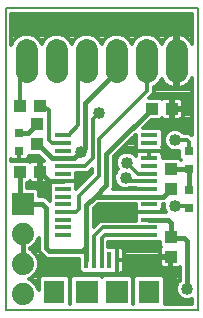
<source format=gtl>
G75*
%MOIN*%
%OFA0B0*%
%FSLAX24Y24*%
%IPPOS*%
%LPD*%
%AMOC8*
5,1,8,0,0,1.08239X$1,22.5*
%
%ADD10C,0.0050*%
%ADD11C,0.0740*%
%ADD12R,0.0740X0.0740*%
%ADD13C,0.0740*%
%ADD14R,0.0433X0.0394*%
%ADD15R,0.0394X0.0433*%
%ADD16R,0.0315X0.0315*%
%ADD17R,0.0138X0.0551*%
%ADD18R,0.0709X0.0748*%
%ADD19R,0.0748X0.0748*%
%ADD20R,0.0550X0.0137*%
%ADD21C,0.0140*%
%ADD22C,0.0160*%
%ADD23C,0.0400*%
%ADD24C,0.0120*%
D10*
X000203Y000628D02*
X006603Y000628D01*
X006603Y010678D01*
X000203Y010678D01*
X000203Y000628D01*
D11*
X000905Y008538D02*
X000905Y009278D01*
X001905Y009278D02*
X001905Y008538D01*
X002905Y008538D02*
X002905Y009278D01*
X003905Y009278D02*
X003905Y008538D01*
X004905Y008538D02*
X004905Y009278D01*
X005905Y009278D02*
X005905Y008538D01*
D12*
X000774Y004154D03*
D13*
X000774Y003154D03*
X000774Y002154D03*
X000774Y001154D03*
D14*
X000669Y005228D03*
X001338Y005228D03*
X001338Y007428D03*
X000669Y007428D03*
X005069Y007328D03*
X005738Y007328D03*
D15*
X005703Y005312D03*
X005703Y004643D03*
X005703Y003062D03*
X005703Y002393D03*
X001253Y006143D03*
X001253Y006812D03*
D16*
X000653Y006523D03*
X000653Y005932D03*
X006303Y005923D03*
X006303Y005332D03*
X006303Y004623D03*
X006303Y004032D03*
D17*
X003915Y002271D03*
X003659Y002271D03*
X003403Y002271D03*
X003148Y002271D03*
X002892Y002271D03*
D18*
X001829Y001228D03*
X004978Y001228D03*
D19*
X003903Y001228D03*
X002903Y001228D03*
D20*
X002114Y003114D03*
X002114Y003370D03*
X002114Y003626D03*
X002114Y003882D03*
X002114Y004138D03*
X002114Y004394D03*
X002114Y004650D03*
X002114Y004906D03*
X002114Y005161D03*
X002114Y005417D03*
X002114Y005673D03*
X002114Y005929D03*
X002114Y006185D03*
X002114Y006441D03*
X004993Y006441D03*
X004993Y006185D03*
X004993Y005929D03*
X004993Y005673D03*
X004993Y005417D03*
X004993Y005161D03*
X004993Y004906D03*
X004993Y004650D03*
X004993Y004394D03*
X004993Y004138D03*
X004993Y003882D03*
X004993Y003626D03*
X004993Y003370D03*
X004993Y003114D03*
D21*
X005337Y002876D02*
X005337Y002775D01*
X005384Y002728D01*
X005371Y002714D01*
X005348Y002675D01*
X005337Y002632D01*
X005337Y002421D01*
X005675Y002421D01*
X005675Y002364D01*
X005732Y002364D01*
X005732Y002006D01*
X005923Y002006D01*
X005966Y002018D01*
X006003Y002040D01*
X006003Y001601D01*
X005940Y001537D01*
X005883Y001401D01*
X005883Y001254D01*
X005940Y001118D01*
X006044Y001014D01*
X006180Y000958D01*
X006327Y000958D01*
X006408Y000991D01*
X006408Y000823D01*
X005503Y000823D01*
X005503Y001672D01*
X005403Y001772D01*
X004554Y001772D01*
X004454Y001672D01*
X004454Y000823D01*
X004448Y000823D01*
X004448Y001672D01*
X004348Y001772D01*
X003459Y001772D01*
X003403Y001716D01*
X003348Y001772D01*
X002459Y001772D01*
X002359Y001672D01*
X002359Y000823D01*
X002353Y000823D01*
X002353Y001672D01*
X002253Y001772D01*
X001404Y001772D01*
X001304Y001672D01*
X001304Y001285D01*
X001232Y001459D01*
X001080Y001611D01*
X000978Y001654D01*
X001080Y001696D01*
X001232Y001848D01*
X001314Y002046D01*
X001314Y002261D01*
X001232Y002459D01*
X001080Y002611D01*
X001024Y002634D01*
X001024Y002673D01*
X001080Y002696D01*
X001232Y002848D01*
X001303Y003020D01*
X001303Y002628D01*
X001342Y002536D01*
X001442Y002436D01*
X001512Y002366D01*
X001604Y002328D01*
X002642Y002328D01*
X002642Y002221D01*
X002653Y002194D01*
X002653Y001925D01*
X002752Y001825D01*
X003799Y001825D01*
X003804Y001831D01*
X003824Y001825D01*
X003915Y001825D01*
X003915Y002271D01*
X003915Y002716D01*
X003824Y002716D01*
X003804Y002711D01*
X003799Y002716D01*
X003633Y002716D01*
X003633Y002898D01*
X004626Y002898D01*
X004647Y002876D01*
X005337Y002876D01*
X005337Y002844D02*
X003633Y002844D01*
X003915Y002716D02*
X003915Y002271D01*
X003915Y002271D01*
X003915Y002271D01*
X004154Y002271D01*
X004154Y002569D01*
X004143Y002612D01*
X004120Y002651D01*
X004089Y002682D01*
X004050Y002705D01*
X004007Y002716D01*
X003915Y002716D01*
X003915Y002705D02*
X003915Y002705D01*
X003915Y002567D02*
X003915Y002567D01*
X003915Y002428D02*
X003915Y002428D01*
X003915Y002290D02*
X003915Y002290D01*
X003915Y002271D02*
X003915Y002271D01*
X003915Y001825D01*
X004007Y001825D01*
X004050Y001837D01*
X004089Y001859D01*
X004120Y001891D01*
X004143Y001930D01*
X004154Y001973D01*
X004154Y002271D01*
X003915Y002271D01*
X003915Y002151D02*
X003915Y002151D01*
X003915Y002013D02*
X003915Y002013D01*
X003915Y001874D02*
X003915Y001874D01*
X004103Y001874D02*
X006003Y001874D01*
X006003Y002013D02*
X005946Y002013D01*
X005732Y002013D02*
X005675Y002013D01*
X005675Y002006D02*
X005675Y002364D01*
X005337Y002364D01*
X005337Y002154D01*
X005348Y002111D01*
X005371Y002072D01*
X005402Y002040D01*
X005441Y002018D01*
X005484Y002006D01*
X005675Y002006D01*
X005675Y002151D02*
X005732Y002151D01*
X005732Y002290D02*
X005675Y002290D01*
X005337Y002290D02*
X004154Y002290D01*
X004154Y002428D02*
X005337Y002428D01*
X005337Y002567D02*
X004154Y002567D01*
X004049Y002705D02*
X005366Y002705D01*
X005337Y002151D02*
X004154Y002151D01*
X004154Y002013D02*
X005461Y002013D01*
X005439Y001736D02*
X006003Y001736D01*
X006000Y001597D02*
X005503Y001597D01*
X005503Y001459D02*
X005907Y001459D01*
X005883Y001320D02*
X005503Y001320D01*
X005503Y001182D02*
X005913Y001182D01*
X006015Y001043D02*
X005503Y001043D01*
X005503Y000905D02*
X006408Y000905D01*
X004454Y000905D02*
X004448Y000905D01*
X004448Y001043D02*
X004454Y001043D01*
X004448Y001182D02*
X004454Y001182D01*
X004448Y001320D02*
X004454Y001320D01*
X004448Y001459D02*
X004454Y001459D01*
X004448Y001597D02*
X004454Y001597D01*
X004518Y001736D02*
X004384Y001736D01*
X003423Y001736D02*
X003384Y001736D01*
X002704Y001874D02*
X001243Y001874D01*
X001300Y002013D02*
X002653Y002013D01*
X002653Y002151D02*
X001314Y002151D01*
X001303Y002290D02*
X002642Y002290D01*
X002423Y001736D02*
X002289Y001736D01*
X002353Y001597D02*
X002359Y001597D01*
X002353Y001459D02*
X002359Y001459D01*
X002353Y001320D02*
X002359Y001320D01*
X002353Y001182D02*
X002359Y001182D01*
X002353Y001043D02*
X002359Y001043D01*
X002353Y000905D02*
X002359Y000905D01*
X001368Y001736D02*
X001120Y001736D01*
X001095Y001597D02*
X001304Y001597D01*
X001304Y001459D02*
X001233Y001459D01*
X001290Y001320D02*
X001304Y001320D01*
X001245Y002428D02*
X001449Y002428D01*
X001329Y002567D02*
X001125Y002567D01*
X001090Y002705D02*
X001303Y002705D01*
X001303Y002844D02*
X001228Y002844D01*
X001288Y002982D02*
X001303Y002982D01*
X001669Y004265D02*
X001569Y004365D01*
X001477Y004404D01*
X001314Y004404D01*
X001314Y004594D01*
X001215Y004694D01*
X000919Y004694D01*
X000919Y004861D01*
X000956Y004861D01*
X001003Y004908D01*
X001017Y004895D01*
X001056Y004872D01*
X001099Y004861D01*
X001310Y004861D01*
X001310Y005199D01*
X001367Y005199D01*
X001367Y004861D01*
X001577Y004861D01*
X001620Y004872D01*
X001659Y004895D01*
X001669Y004905D01*
X001669Y004815D01*
X001675Y004794D01*
X001669Y004789D01*
X001669Y004265D01*
X001669Y004367D02*
X001565Y004367D01*
X001669Y004506D02*
X001314Y004506D01*
X001264Y004644D02*
X001669Y004644D01*
X001669Y004783D02*
X000919Y004783D01*
X001310Y004921D02*
X001367Y004921D01*
X001367Y005060D02*
X001310Y005060D01*
X001310Y005198D02*
X001367Y005198D01*
X001367Y005256D02*
X001310Y005256D01*
X001310Y005594D01*
X001099Y005594D01*
X001056Y005583D01*
X001017Y005560D01*
X001003Y005547D01*
X000956Y005594D01*
X000398Y005594D01*
X000398Y005635D01*
X000430Y005616D01*
X000474Y005605D01*
X000645Y005605D01*
X000645Y005924D01*
X000662Y005924D01*
X000662Y005605D01*
X000833Y005605D01*
X000877Y005616D01*
X000915Y005639D01*
X000947Y005670D01*
X000969Y005709D01*
X000981Y005752D01*
X001325Y005752D01*
X001321Y005756D02*
X001483Y005594D01*
X001367Y005594D01*
X001367Y005256D01*
X001367Y005337D02*
X001310Y005337D01*
X001310Y005475D02*
X001367Y005475D01*
X001464Y005614D02*
X000866Y005614D01*
X000981Y005752D02*
X000981Y005762D01*
X000986Y005756D01*
X001321Y005756D01*
X000662Y005752D02*
X000645Y005752D01*
X000645Y005891D02*
X000662Y005891D01*
X000645Y005614D02*
X000662Y005614D01*
X000441Y005614D02*
X000398Y005614D01*
X002114Y004906D02*
X002559Y004906D01*
X002559Y004996D01*
X002554Y005017D01*
X002559Y005022D01*
X002559Y005187D01*
X002939Y005187D01*
X003073Y005322D01*
X003073Y005173D01*
X002559Y004658D01*
X002559Y004789D01*
X002554Y004794D01*
X002559Y004815D01*
X002559Y004905D01*
X002114Y004905D01*
X002114Y004906D01*
X002559Y004921D02*
X002822Y004921D01*
X002960Y005060D02*
X002559Y005060D01*
X002559Y004783D02*
X002683Y004783D01*
X002949Y005198D02*
X003073Y005198D01*
X003803Y005198D02*
X003874Y005198D01*
X003890Y005237D02*
X003833Y005101D01*
X003833Y004954D01*
X003890Y004818D01*
X003994Y004714D01*
X004130Y004658D01*
X004277Y004658D01*
X004320Y004676D01*
X004548Y004676D01*
X004548Y004650D01*
X004993Y004650D01*
X004993Y004650D01*
X004548Y004650D01*
X004548Y004644D01*
X003769Y004644D01*
X003803Y004728D01*
X003803Y005724D01*
X004014Y005935D01*
X004548Y006462D01*
X004548Y006046D01*
X004553Y006041D01*
X004548Y006020D01*
X004548Y005929D01*
X004548Y005838D01*
X004558Y005801D01*
X004548Y005764D01*
X004548Y005756D01*
X004463Y005841D01*
X004327Y005898D01*
X004180Y005898D01*
X004044Y005841D01*
X003940Y005737D01*
X003883Y005601D01*
X003883Y005454D01*
X003940Y005318D01*
X003955Y005303D01*
X003890Y005237D01*
X003932Y005337D02*
X003803Y005337D01*
X003803Y005475D02*
X003883Y005475D01*
X003889Y005614D02*
X003803Y005614D01*
X003832Y005752D02*
X003955Y005752D01*
X003970Y005891D02*
X004163Y005891D01*
X004110Y006029D02*
X004550Y006029D01*
X004548Y005929D02*
X004993Y005929D01*
X004993Y005929D01*
X005438Y005929D01*
X005438Y005838D01*
X005428Y005801D01*
X005438Y005764D01*
X005438Y005699D01*
X005971Y005699D01*
X006043Y005627D01*
X006043Y005628D01*
X005976Y005695D01*
X005976Y005928D01*
X005927Y005908D01*
X005780Y005908D01*
X005644Y005964D01*
X005540Y006068D01*
X005483Y006204D01*
X005483Y006351D01*
X005540Y006487D01*
X005644Y006591D01*
X005780Y006648D01*
X005927Y006648D01*
X006063Y006591D01*
X006147Y006508D01*
X006349Y006508D01*
X006399Y006458D01*
X006408Y006448D01*
X006408Y008339D01*
X006406Y008331D01*
X006367Y008255D01*
X006317Y008186D01*
X006257Y008126D01*
X006188Y008076D01*
X006113Y008037D01*
X006032Y008011D01*
X005948Y007998D01*
X005945Y007998D01*
X005945Y008868D01*
X005865Y008868D01*
X005865Y007998D01*
X005863Y007998D01*
X005779Y008011D01*
X005698Y008037D01*
X005622Y008076D01*
X005554Y008126D01*
X005494Y008186D01*
X005444Y008255D01*
X005405Y008331D01*
X005405Y008332D01*
X005363Y008232D01*
X005211Y008080D01*
X005135Y008049D01*
X005135Y008025D01*
X005135Y007834D01*
X004996Y007694D01*
X005356Y007694D01*
X005403Y007647D01*
X005417Y007660D01*
X005456Y007683D01*
X005499Y007694D01*
X005710Y007694D01*
X005710Y007356D01*
X005767Y007356D01*
X006125Y007356D01*
X006125Y007547D01*
X006113Y007590D01*
X006091Y007629D01*
X006059Y007660D01*
X006020Y007683D01*
X005977Y007694D01*
X005767Y007694D01*
X005767Y007356D01*
X005767Y007299D01*
X006125Y007299D01*
X006125Y007108D01*
X006113Y007065D01*
X006091Y007026D01*
X006059Y006995D01*
X006020Y006972D01*
X005977Y006961D01*
X005767Y006961D01*
X005767Y007299D01*
X005710Y007299D01*
X005710Y006961D01*
X005499Y006961D01*
X005456Y006972D01*
X005417Y006995D01*
X005403Y007008D01*
X005356Y006961D01*
X005053Y006961D01*
X004768Y006679D01*
X005338Y006679D01*
X005438Y006580D01*
X005438Y006046D01*
X005432Y006041D01*
X005438Y006020D01*
X005438Y005929D01*
X004993Y005929D01*
X004993Y005673D01*
X004993Y005673D01*
X004993Y005912D01*
X004993Y005929D01*
X004993Y005929D01*
X004548Y005929D01*
X004548Y005891D02*
X004344Y005891D01*
X004250Y006168D02*
X004548Y006168D01*
X004548Y006306D02*
X004390Y006306D01*
X004530Y006445D02*
X004548Y006445D01*
X004811Y006722D02*
X006408Y006722D01*
X006408Y006583D02*
X006071Y006583D01*
X006408Y006860D02*
X004951Y006860D01*
X005394Y006999D02*
X005413Y006999D01*
X005710Y006999D02*
X005767Y006999D01*
X005767Y007137D02*
X005710Y007137D01*
X005710Y007276D02*
X005767Y007276D01*
X005767Y007414D02*
X005710Y007414D01*
X005710Y007553D02*
X005767Y007553D01*
X005767Y007691D02*
X005710Y007691D01*
X005487Y007691D02*
X005359Y007691D01*
X005131Y007830D02*
X006408Y007830D01*
X006408Y007968D02*
X005135Y007968D01*
X005238Y008107D02*
X005580Y008107D01*
X005451Y008245D02*
X005369Y008245D01*
X005865Y008245D02*
X005945Y008245D01*
X005945Y008384D02*
X005865Y008384D01*
X005865Y008522D02*
X005945Y008522D01*
X005945Y008661D02*
X005865Y008661D01*
X005865Y008799D02*
X005945Y008799D01*
X005945Y008948D02*
X005865Y008948D01*
X005865Y009818D01*
X005863Y009818D01*
X005779Y009805D01*
X005698Y009778D01*
X005622Y009740D01*
X005554Y009690D01*
X005494Y009630D01*
X005317Y009630D01*
X005363Y009584D02*
X005211Y009736D01*
X005013Y009818D01*
X004798Y009818D01*
X004600Y009736D01*
X004448Y009584D01*
X004405Y009482D01*
X004363Y009584D01*
X004211Y009736D01*
X004013Y009818D01*
X003798Y009818D01*
X003600Y009736D01*
X003448Y009584D01*
X003405Y009482D01*
X003363Y009584D01*
X003211Y009736D01*
X003013Y009818D01*
X002798Y009818D01*
X002600Y009736D01*
X002448Y009584D01*
X002405Y009482D01*
X002363Y009584D01*
X002211Y009736D01*
X002013Y009818D01*
X001798Y009818D01*
X001600Y009736D01*
X001448Y009584D01*
X001405Y009482D01*
X001363Y009584D01*
X001211Y009736D01*
X001013Y009818D01*
X000798Y009818D01*
X000600Y009736D01*
X000448Y009584D01*
X000398Y009465D01*
X000398Y010483D01*
X006408Y010483D01*
X006408Y009477D01*
X006406Y009485D01*
X006367Y009561D01*
X006317Y009630D01*
X006408Y009630D01*
X006317Y009630D02*
X006257Y009690D01*
X006188Y009740D01*
X006113Y009778D01*
X006032Y009805D01*
X005948Y009818D01*
X005945Y009818D01*
X005945Y008948D01*
X005945Y009076D02*
X005865Y009076D01*
X005865Y009215D02*
X005945Y009215D01*
X005945Y009353D02*
X005865Y009353D01*
X005865Y009492D02*
X005945Y009492D01*
X005945Y009630D02*
X005865Y009630D01*
X005865Y009769D02*
X005945Y009769D01*
X006132Y009769D02*
X006408Y009769D01*
X006408Y009907D02*
X000398Y009907D01*
X000398Y009769D02*
X000679Y009769D01*
X000494Y009630D02*
X000398Y009630D01*
X000398Y009492D02*
X000409Y009492D01*
X000398Y010046D02*
X006408Y010046D01*
X006408Y010184D02*
X000398Y010184D01*
X000398Y010323D02*
X006408Y010323D01*
X006408Y010461D02*
X000398Y010461D01*
X001132Y009769D02*
X001679Y009769D01*
X001494Y009630D02*
X001317Y009630D01*
X001401Y009492D02*
X001409Y009492D01*
X002132Y009769D02*
X002679Y009769D01*
X002494Y009630D02*
X002317Y009630D01*
X002401Y009492D02*
X002409Y009492D01*
X003132Y009769D02*
X003679Y009769D01*
X003494Y009630D02*
X003317Y009630D01*
X003401Y009492D02*
X003409Y009492D01*
X004132Y009769D02*
X004679Y009769D01*
X004494Y009630D02*
X004317Y009630D01*
X004401Y009492D02*
X004409Y009492D01*
X005132Y009769D02*
X005679Y009769D01*
X005494Y009630D02*
X005444Y009561D01*
X005405Y009485D01*
X005405Y009484D01*
X005363Y009584D01*
X005401Y009492D02*
X005408Y009492D01*
X006403Y009492D02*
X006408Y009492D01*
X006360Y008245D02*
X006408Y008245D01*
X006408Y008107D02*
X006231Y008107D01*
X005945Y008107D02*
X005865Y008107D01*
X005990Y007691D02*
X006408Y007691D01*
X006408Y007553D02*
X006123Y007553D01*
X006125Y007414D02*
X006408Y007414D01*
X006408Y007276D02*
X006125Y007276D01*
X006125Y007137D02*
X006408Y007137D01*
X006408Y006999D02*
X006063Y006999D01*
X005636Y006583D02*
X005435Y006583D01*
X005438Y006445D02*
X005522Y006445D01*
X005483Y006306D02*
X005438Y006306D01*
X005438Y006168D02*
X005499Y006168D01*
X005435Y006029D02*
X005579Y006029D01*
X005438Y005891D02*
X005976Y005891D01*
X005976Y005752D02*
X005438Y005752D01*
X004993Y005752D02*
X004993Y005752D01*
X004993Y005891D02*
X004993Y005891D01*
X004993Y005929D02*
X004993Y005929D01*
X003833Y005060D02*
X003803Y005060D01*
X003803Y004921D02*
X003847Y004921D01*
X003803Y004783D02*
X003925Y004783D01*
X003769Y004644D02*
X004548Y004644D01*
X004548Y004144D02*
X004548Y003999D01*
X004553Y003993D01*
X004548Y003973D01*
X004548Y003882D01*
X004993Y003882D01*
X005438Y003882D01*
X005438Y003973D01*
X005432Y003993D01*
X005438Y003999D01*
X005438Y004144D01*
X005483Y004144D01*
X005483Y004004D01*
X005537Y003876D01*
X005438Y003876D01*
X005438Y003882D01*
X004993Y003882D01*
X004993Y003882D01*
X004993Y003882D01*
X004548Y003882D01*
X004548Y003791D01*
X004553Y003770D01*
X004548Y003765D01*
X004548Y003600D01*
X003351Y003600D01*
X003216Y003465D01*
X003142Y003391D01*
X003142Y004012D01*
X003273Y004144D01*
X004548Y004144D01*
X004548Y004090D02*
X003220Y004090D01*
X003142Y003952D02*
X004548Y003952D01*
X004548Y003813D02*
X003142Y003813D01*
X003142Y003675D02*
X004548Y003675D01*
X005438Y003952D02*
X005505Y003952D01*
X005483Y004090D02*
X005438Y004090D01*
X003287Y003536D02*
X003142Y003536D01*
X003142Y003398D02*
X003148Y003398D01*
D22*
X002892Y002728D02*
X002742Y002578D01*
X001653Y002578D01*
X001553Y002678D01*
X001553Y004028D01*
X001428Y004154D01*
X000774Y004154D01*
X000669Y004259D01*
X000669Y005228D01*
X001338Y005228D02*
X001660Y004906D01*
X002114Y004906D01*
X002114Y005673D02*
X001758Y005673D01*
X001288Y006143D01*
X001253Y006143D01*
X000964Y006523D02*
X001253Y006812D01*
X000964Y006523D02*
X000653Y006523D01*
X002114Y005673D02*
X002499Y005673D01*
X002703Y005878D01*
X002853Y006028D01*
X002853Y007528D01*
X003905Y008580D01*
X003905Y008908D01*
X005069Y007328D02*
X003838Y006112D01*
X003553Y005828D01*
X003553Y004778D01*
X003170Y004394D01*
X004993Y004394D01*
X005454Y004394D01*
X005703Y004643D01*
X006303Y004623D02*
X006303Y005332D01*
X006283Y005312D01*
X005703Y005312D01*
X005605Y003626D02*
X004993Y003626D01*
X005605Y003626D02*
X005703Y003528D01*
X005703Y003062D01*
X005738Y003028D01*
X006153Y003028D01*
X006253Y002928D01*
X006253Y001328D01*
X003170Y004394D02*
X002892Y004116D01*
X002892Y002728D01*
X002892Y002271D01*
X000774Y002154D02*
X000774Y003154D01*
D23*
X001553Y004528D03*
X002703Y005878D03*
X003303Y007178D03*
X004253Y005528D03*
X004203Y005028D03*
X004303Y003828D03*
X005853Y004078D03*
X005853Y006278D03*
X005753Y001628D03*
X006253Y001328D03*
D24*
X004993Y003114D02*
X004979Y003128D01*
X003503Y003128D01*
X003403Y003028D01*
X003403Y002271D01*
X003148Y002271D02*
X003148Y003072D01*
X003446Y003370D01*
X004993Y003370D01*
X005853Y004078D02*
X006249Y004078D01*
X006303Y004032D01*
X004993Y004906D02*
X004326Y004906D01*
X004203Y005028D01*
X004620Y005161D02*
X004253Y005528D01*
X004620Y005161D02*
X004993Y005161D01*
X005853Y006278D02*
X006253Y006278D01*
X006303Y006228D01*
X006303Y005923D01*
X006299Y005928D01*
X004905Y007930D02*
X003303Y006328D01*
X003303Y005078D01*
X002653Y004428D01*
X002653Y003978D01*
X002553Y003878D01*
X002118Y003878D01*
X002114Y003882D01*
X002114Y005417D02*
X002843Y005417D01*
X003103Y005678D01*
X003103Y006978D01*
X003303Y007178D01*
X002603Y006778D02*
X002603Y008606D01*
X002905Y008908D01*
X001603Y007328D02*
X001338Y007428D01*
X001603Y007328D02*
X001653Y007278D01*
X001653Y006278D01*
X001746Y006185D01*
X002114Y006185D01*
X002114Y006441D02*
X002317Y006441D01*
X002603Y006778D01*
X000669Y007428D02*
X000669Y008671D01*
X000905Y008908D01*
X004905Y008908D02*
X004905Y007930D01*
M02*

</source>
